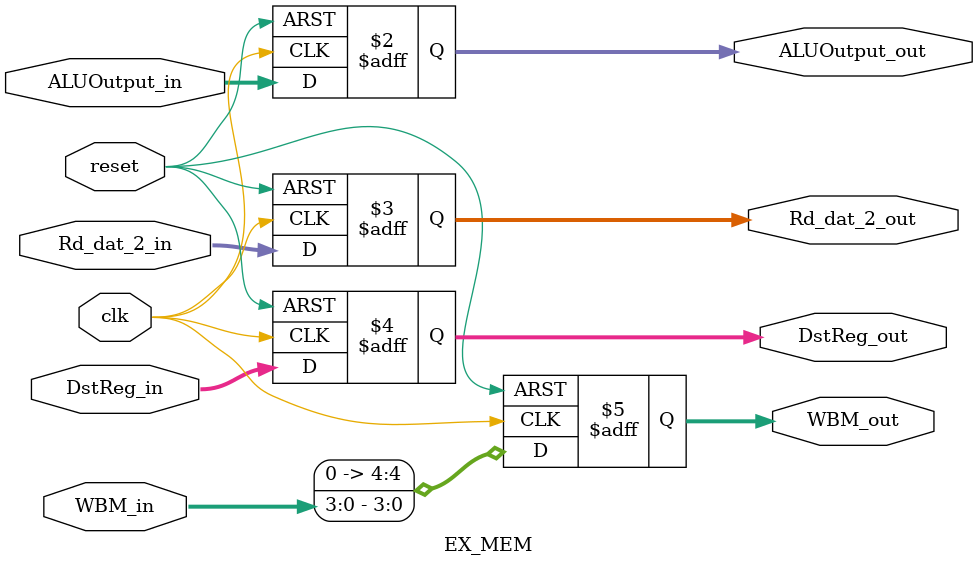
<source format=v>
`timescale 1ns / 1ps

module EX_MEM(
    output reg [31:0] ALUOutput_out,
    output reg [31:0] Rd_dat_2_out,
    output reg [4:0] DstReg_out,
    output reg [4:0] WBM_out,
    input [31:0] ALUOutput_in,
    input [31:0] Rd_dat_2_in,
    input [4:0] DstReg_in,
    input [3:0] WBM_in,
    input clk,
    input reset
    );
    
    always@(posedge clk or posedge reset)
    begin
    if (reset)
    begin
    ALUOutput_out <= 0;
    Rd_dat_2_out <= 0;
    DstReg_out <= 0;
    WBM_out <= 0;
    end
    else
    begin
    ALUOutput_out <= ALUOutput_in;
    Rd_dat_2_out <= Rd_dat_2_in;
    DstReg_out <= DstReg_in;
    WBM_out <= WBM_in;
    end
    end
endmodule

</source>
